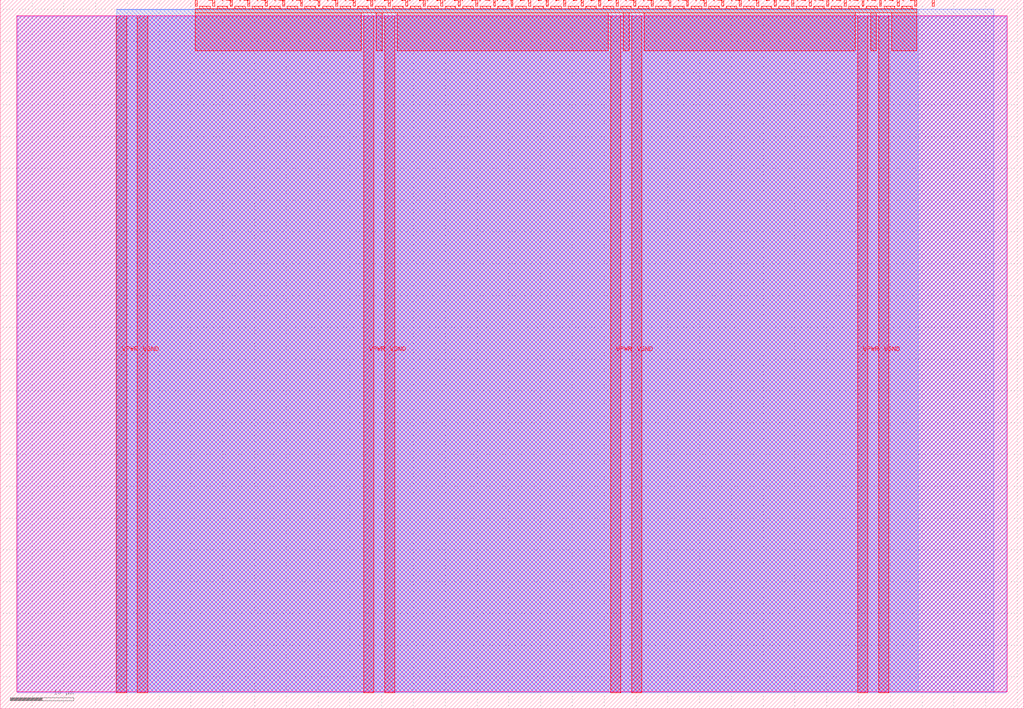
<source format=lef>
VERSION 5.7 ;
  NOWIREEXTENSIONATPIN ON ;
  DIVIDERCHAR "/" ;
  BUSBITCHARS "[]" ;
MACRO tt_um_wokwi_446364830841352193
  CLASS BLOCK ;
  FOREIGN tt_um_wokwi_446364830841352193 ;
  ORIGIN 0.000 0.000 ;
  SIZE 161.000 BY 111.520 ;
  PIN VGND
    DIRECTION INOUT ;
    USE GROUND ;
    PORT
      LAYER met4 ;
        RECT 21.580 2.480 23.180 109.040 ;
    END
    PORT
      LAYER met4 ;
        RECT 60.450 2.480 62.050 109.040 ;
    END
    PORT
      LAYER met4 ;
        RECT 99.320 2.480 100.920 109.040 ;
    END
    PORT
      LAYER met4 ;
        RECT 138.190 2.480 139.790 109.040 ;
    END
  END VGND
  PIN VPWR
    DIRECTION INOUT ;
    USE POWER ;
    PORT
      LAYER met4 ;
        RECT 18.280 2.480 19.880 109.040 ;
    END
    PORT
      LAYER met4 ;
        RECT 57.150 2.480 58.750 109.040 ;
    END
    PORT
      LAYER met4 ;
        RECT 96.020 2.480 97.620 109.040 ;
    END
    PORT
      LAYER met4 ;
        RECT 134.890 2.480 136.490 109.040 ;
    END
  END VPWR
  PIN clk
    DIRECTION INPUT ;
    USE SIGNAL ;
    ANTENNAGATEAREA 0.852000 ;
    PORT
      LAYER met4 ;
        RECT 143.830 110.520 144.130 111.520 ;
    END
  END clk
  PIN ena
    DIRECTION INPUT ;
    USE SIGNAL ;
    PORT
      LAYER met4 ;
        RECT 146.590 110.520 146.890 111.520 ;
    END
  END ena
  PIN rst_n
    DIRECTION INPUT ;
    USE SIGNAL ;
    PORT
      LAYER met4 ;
        RECT 141.070 110.520 141.370 111.520 ;
    END
  END rst_n
  PIN ui_in[0]
    DIRECTION INPUT ;
    USE SIGNAL ;
    PORT
      LAYER met4 ;
        RECT 138.310 110.520 138.610 111.520 ;
    END
  END ui_in[0]
  PIN ui_in[1]
    DIRECTION INPUT ;
    USE SIGNAL ;
    ANTENNAGATEAREA 0.196500 ;
    PORT
      LAYER met4 ;
        RECT 135.550 110.520 135.850 111.520 ;
    END
  END ui_in[1]
  PIN ui_in[2]
    DIRECTION INPUT ;
    USE SIGNAL ;
    PORT
      LAYER met4 ;
        RECT 132.790 110.520 133.090 111.520 ;
    END
  END ui_in[2]
  PIN ui_in[3]
    DIRECTION INPUT ;
    USE SIGNAL ;
    PORT
      LAYER met4 ;
        RECT 130.030 110.520 130.330 111.520 ;
    END
  END ui_in[3]
  PIN ui_in[4]
    DIRECTION INPUT ;
    USE SIGNAL ;
    PORT
      LAYER met4 ;
        RECT 127.270 110.520 127.570 111.520 ;
    END
  END ui_in[4]
  PIN ui_in[5]
    DIRECTION INPUT ;
    USE SIGNAL ;
    PORT
      LAYER met4 ;
        RECT 124.510 110.520 124.810 111.520 ;
    END
  END ui_in[5]
  PIN ui_in[6]
    DIRECTION INPUT ;
    USE SIGNAL ;
    PORT
      LAYER met4 ;
        RECT 121.750 110.520 122.050 111.520 ;
    END
  END ui_in[6]
  PIN ui_in[7]
    DIRECTION INPUT ;
    USE SIGNAL ;
    PORT
      LAYER met4 ;
        RECT 118.990 110.520 119.290 111.520 ;
    END
  END ui_in[7]
  PIN uio_in[0]
    DIRECTION INPUT ;
    USE SIGNAL ;
    PORT
      LAYER met4 ;
        RECT 116.230 110.520 116.530 111.520 ;
    END
  END uio_in[0]
  PIN uio_in[1]
    DIRECTION INPUT ;
    USE SIGNAL ;
    PORT
      LAYER met4 ;
        RECT 113.470 110.520 113.770 111.520 ;
    END
  END uio_in[1]
  PIN uio_in[2]
    DIRECTION INPUT ;
    USE SIGNAL ;
    PORT
      LAYER met4 ;
        RECT 110.710 110.520 111.010 111.520 ;
    END
  END uio_in[2]
  PIN uio_in[3]
    DIRECTION INPUT ;
    USE SIGNAL ;
    PORT
      LAYER met4 ;
        RECT 107.950 110.520 108.250 111.520 ;
    END
  END uio_in[3]
  PIN uio_in[4]
    DIRECTION INPUT ;
    USE SIGNAL ;
    PORT
      LAYER met4 ;
        RECT 105.190 110.520 105.490 111.520 ;
    END
  END uio_in[4]
  PIN uio_in[5]
    DIRECTION INPUT ;
    USE SIGNAL ;
    PORT
      LAYER met4 ;
        RECT 102.430 110.520 102.730 111.520 ;
    END
  END uio_in[5]
  PIN uio_in[6]
    DIRECTION INPUT ;
    USE SIGNAL ;
    PORT
      LAYER met4 ;
        RECT 99.670 110.520 99.970 111.520 ;
    END
  END uio_in[6]
  PIN uio_in[7]
    DIRECTION INPUT ;
    USE SIGNAL ;
    PORT
      LAYER met4 ;
        RECT 96.910 110.520 97.210 111.520 ;
    END
  END uio_in[7]
  PIN uio_oe[0]
    DIRECTION OUTPUT ;
    USE SIGNAL ;
    PORT
      LAYER met4 ;
        RECT 49.990 110.520 50.290 111.520 ;
    END
  END uio_oe[0]
  PIN uio_oe[1]
    DIRECTION OUTPUT ;
    USE SIGNAL ;
    PORT
      LAYER met4 ;
        RECT 47.230 110.520 47.530 111.520 ;
    END
  END uio_oe[1]
  PIN uio_oe[2]
    DIRECTION OUTPUT ;
    USE SIGNAL ;
    PORT
      LAYER met4 ;
        RECT 44.470 110.520 44.770 111.520 ;
    END
  END uio_oe[2]
  PIN uio_oe[3]
    DIRECTION OUTPUT ;
    USE SIGNAL ;
    PORT
      LAYER met4 ;
        RECT 41.710 110.520 42.010 111.520 ;
    END
  END uio_oe[3]
  PIN uio_oe[4]
    DIRECTION OUTPUT ;
    USE SIGNAL ;
    PORT
      LAYER met4 ;
        RECT 38.950 110.520 39.250 111.520 ;
    END
  END uio_oe[4]
  PIN uio_oe[5]
    DIRECTION OUTPUT ;
    USE SIGNAL ;
    PORT
      LAYER met4 ;
        RECT 36.190 110.520 36.490 111.520 ;
    END
  END uio_oe[5]
  PIN uio_oe[6]
    DIRECTION OUTPUT ;
    USE SIGNAL ;
    PORT
      LAYER met4 ;
        RECT 33.430 110.520 33.730 111.520 ;
    END
  END uio_oe[6]
  PIN uio_oe[7]
    DIRECTION OUTPUT ;
    USE SIGNAL ;
    PORT
      LAYER met4 ;
        RECT 30.670 110.520 30.970 111.520 ;
    END
  END uio_oe[7]
  PIN uio_out[0]
    DIRECTION OUTPUT ;
    USE SIGNAL ;
    PORT
      LAYER met4 ;
        RECT 72.070 110.520 72.370 111.520 ;
    END
  END uio_out[0]
  PIN uio_out[1]
    DIRECTION OUTPUT ;
    USE SIGNAL ;
    PORT
      LAYER met4 ;
        RECT 69.310 110.520 69.610 111.520 ;
    END
  END uio_out[1]
  PIN uio_out[2]
    DIRECTION OUTPUT ;
    USE SIGNAL ;
    PORT
      LAYER met4 ;
        RECT 66.550 110.520 66.850 111.520 ;
    END
  END uio_out[2]
  PIN uio_out[3]
    DIRECTION OUTPUT ;
    USE SIGNAL ;
    PORT
      LAYER met4 ;
        RECT 63.790 110.520 64.090 111.520 ;
    END
  END uio_out[3]
  PIN uio_out[4]
    DIRECTION OUTPUT ;
    USE SIGNAL ;
    PORT
      LAYER met4 ;
        RECT 61.030 110.520 61.330 111.520 ;
    END
  END uio_out[4]
  PIN uio_out[5]
    DIRECTION OUTPUT ;
    USE SIGNAL ;
    PORT
      LAYER met4 ;
        RECT 58.270 110.520 58.570 111.520 ;
    END
  END uio_out[5]
  PIN uio_out[6]
    DIRECTION OUTPUT ;
    USE SIGNAL ;
    PORT
      LAYER met4 ;
        RECT 55.510 110.520 55.810 111.520 ;
    END
  END uio_out[6]
  PIN uio_out[7]
    DIRECTION OUTPUT ;
    USE SIGNAL ;
    PORT
      LAYER met4 ;
        RECT 52.750 110.520 53.050 111.520 ;
    END
  END uio_out[7]
  PIN uo_out[0]
    DIRECTION OUTPUT ;
    USE SIGNAL ;
    ANTENNADIFFAREA 0.445500 ;
    PORT
      LAYER met4 ;
        RECT 94.150 110.520 94.450 111.520 ;
    END
  END uo_out[0]
  PIN uo_out[1]
    DIRECTION OUTPUT ;
    USE SIGNAL ;
    PORT
      LAYER met4 ;
        RECT 91.390 110.520 91.690 111.520 ;
    END
  END uo_out[1]
  PIN uo_out[2]
    DIRECTION OUTPUT ;
    USE SIGNAL ;
    PORT
      LAYER met4 ;
        RECT 88.630 110.520 88.930 111.520 ;
    END
  END uo_out[2]
  PIN uo_out[3]
    DIRECTION OUTPUT ;
    USE SIGNAL ;
    PORT
      LAYER met4 ;
        RECT 85.870 110.520 86.170 111.520 ;
    END
  END uo_out[3]
  PIN uo_out[4]
    DIRECTION OUTPUT ;
    USE SIGNAL ;
    PORT
      LAYER met4 ;
        RECT 83.110 110.520 83.410 111.520 ;
    END
  END uo_out[4]
  PIN uo_out[5]
    DIRECTION OUTPUT ;
    USE SIGNAL ;
    PORT
      LAYER met4 ;
        RECT 80.350 110.520 80.650 111.520 ;
    END
  END uo_out[5]
  PIN uo_out[6]
    DIRECTION OUTPUT ;
    USE SIGNAL ;
    PORT
      LAYER met4 ;
        RECT 77.590 110.520 77.890 111.520 ;
    END
  END uo_out[6]
  PIN uo_out[7]
    DIRECTION OUTPUT ;
    USE SIGNAL ;
    PORT
      LAYER met4 ;
        RECT 74.830 110.520 75.130 111.520 ;
    END
  END uo_out[7]
  OBS
      LAYER nwell ;
        RECT 2.570 2.635 158.430 108.990 ;
      LAYER li1 ;
        RECT 2.760 2.635 158.240 108.885 ;
      LAYER met1 ;
        RECT 2.760 2.480 158.240 109.040 ;
      LAYER met2 ;
        RECT 18.310 2.535 156.300 110.005 ;
      LAYER met3 ;
        RECT 18.290 2.555 144.375 109.985 ;
      LAYER met4 ;
        RECT 31.370 110.120 33.030 110.520 ;
        RECT 34.130 110.120 35.790 110.520 ;
        RECT 36.890 110.120 38.550 110.520 ;
        RECT 39.650 110.120 41.310 110.520 ;
        RECT 42.410 110.120 44.070 110.520 ;
        RECT 45.170 110.120 46.830 110.520 ;
        RECT 47.930 110.120 49.590 110.520 ;
        RECT 50.690 110.120 52.350 110.520 ;
        RECT 53.450 110.120 55.110 110.520 ;
        RECT 56.210 110.120 57.870 110.520 ;
        RECT 58.970 110.120 60.630 110.520 ;
        RECT 61.730 110.120 63.390 110.520 ;
        RECT 64.490 110.120 66.150 110.520 ;
        RECT 67.250 110.120 68.910 110.520 ;
        RECT 70.010 110.120 71.670 110.520 ;
        RECT 72.770 110.120 74.430 110.520 ;
        RECT 75.530 110.120 77.190 110.520 ;
        RECT 78.290 110.120 79.950 110.520 ;
        RECT 81.050 110.120 82.710 110.520 ;
        RECT 83.810 110.120 85.470 110.520 ;
        RECT 86.570 110.120 88.230 110.520 ;
        RECT 89.330 110.120 90.990 110.520 ;
        RECT 92.090 110.120 93.750 110.520 ;
        RECT 94.850 110.120 96.510 110.520 ;
        RECT 97.610 110.120 99.270 110.520 ;
        RECT 100.370 110.120 102.030 110.520 ;
        RECT 103.130 110.120 104.790 110.520 ;
        RECT 105.890 110.120 107.550 110.520 ;
        RECT 108.650 110.120 110.310 110.520 ;
        RECT 111.410 110.120 113.070 110.520 ;
        RECT 114.170 110.120 115.830 110.520 ;
        RECT 116.930 110.120 118.590 110.520 ;
        RECT 119.690 110.120 121.350 110.520 ;
        RECT 122.450 110.120 124.110 110.520 ;
        RECT 125.210 110.120 126.870 110.520 ;
        RECT 127.970 110.120 129.630 110.520 ;
        RECT 130.730 110.120 132.390 110.520 ;
        RECT 133.490 110.120 135.150 110.520 ;
        RECT 136.250 110.120 137.910 110.520 ;
        RECT 139.010 110.120 140.670 110.520 ;
        RECT 141.770 110.120 143.430 110.520 ;
        RECT 30.655 109.440 144.145 110.120 ;
        RECT 30.655 103.535 56.750 109.440 ;
        RECT 59.150 103.535 60.050 109.440 ;
        RECT 62.450 103.535 95.620 109.440 ;
        RECT 98.020 103.535 98.920 109.440 ;
        RECT 101.320 103.535 134.490 109.440 ;
        RECT 136.890 103.535 137.790 109.440 ;
        RECT 140.190 103.535 144.145 109.440 ;
  END
END tt_um_wokwi_446364830841352193
END LIBRARY


</source>
